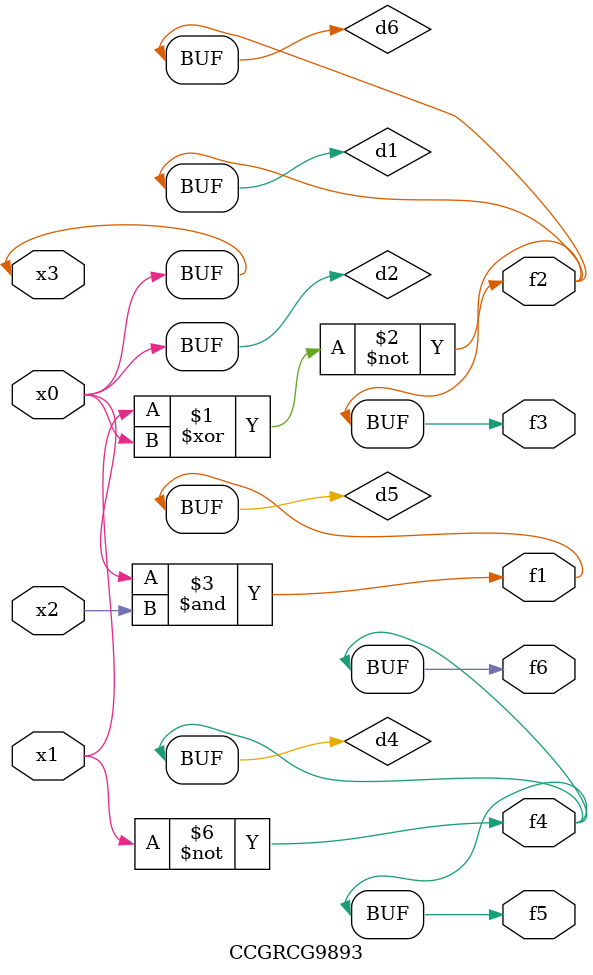
<source format=v>
module CCGRCG9893(
	input x0, x1, x2, x3,
	output f1, f2, f3, f4, f5, f6
);

	wire d1, d2, d3, d4, d5, d6;

	xnor (d1, x1, x3);
	buf (d2, x0, x3);
	nand (d3, x0, x2);
	not (d4, x1);
	nand (d5, d3);
	or (d6, d1);
	assign f1 = d5;
	assign f2 = d6;
	assign f3 = d6;
	assign f4 = d4;
	assign f5 = d4;
	assign f6 = d4;
endmodule

</source>
